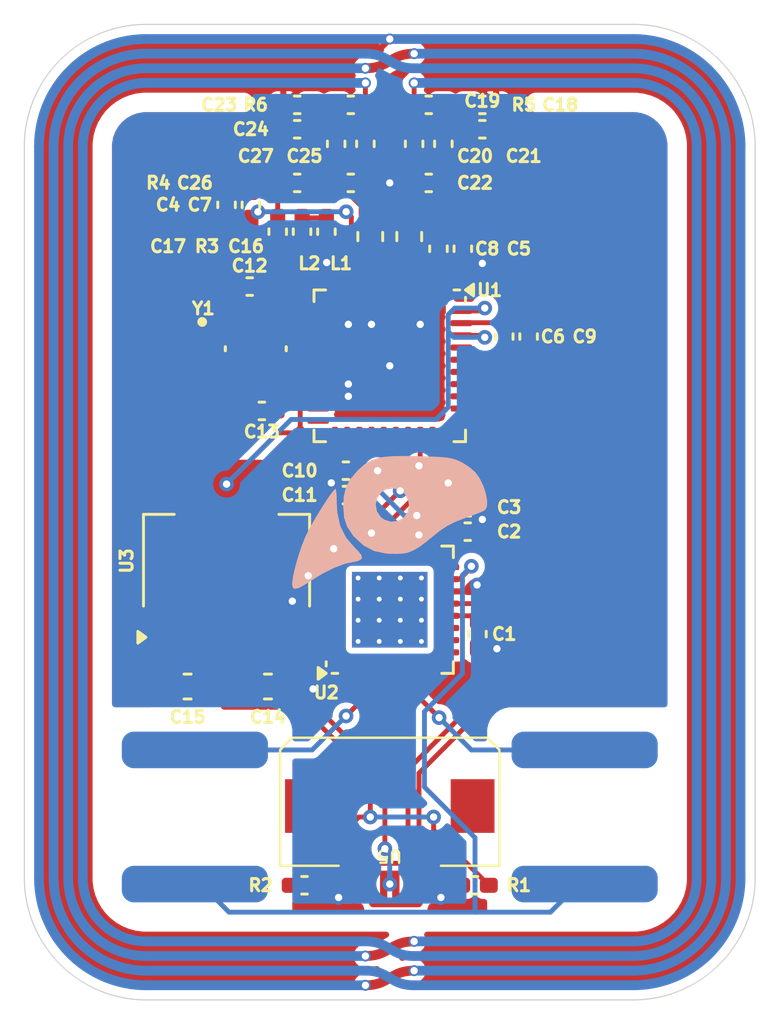
<source format=kicad_pcb>
(kicad_pcb (version 20241229) (generator "pcbnew") (generator_version "9.0")
  (layers (0 "F.Cu" signal) (2 "B.Cu" signal) (13 "F.Paste" user) (15 "B.Paste" user) (5 "F.SilkS" user "F.Silkscreen") (7 "B.SilkS" user "B.Silkscreen") (1 "F.Mask" user) (3 "B.Mask" user) (25 "Edge.Cuts" user))
  (net 0 "")
  (net 1 "Net-(U2-CShield)")
  (net 2 "GND")
  (net 3 "+3V3")
  (net 4 "Net-(U1-AVDD)")
  (net 5 "Net-(U1-OSCIN)")
  (net 6 "Net-(U1-OSCOUT)")
  (net 7 "+5V")
  (net 8 "Net-(U1-VMID)")
  (net 9 "Net-(U1-RX)")
  (net 10 "Net-(C17-Pad2)")
  (net 11 "Net-(C20-Pad2)")
  (net 12 "Net-(C25-Pad2)")
  (net 13 "I2C SDA")
  (net 14 "I2C SCL")
  (net 18 "Net-(U1-TX2)")
  (net 20 "Net-(U1-TX1)")
  (net 36 "unconnected-(U2-CIN4-Pad2)")
  (net 41 "unconnected-(U2-SRC-Pad15)")
  (net 42 "unconnected-(U2-CIN9-Pad7)")
  (net 54 "Net-(C18-Pad1)")
  (net 55 "Net-(C23-Pad1)")
  (net 56 "Net-(R5-Pad2)")
  (net 57 "Net-(R6-Pad2)")
  (footprint "Capacitor_SMD:C_0402_1005Metric_Pad0.74x0.62mm_HandSolder" (layer "F.Cu") (at 111.4 58.5 90)
    (property "Reference" "R3")
    (property "Value" "1K" (hide yes))
  )
  (footprint "Capacitor_SMD:C_0402_1005Metric_Pad0.74x0.62mm_HandSolder" (layer "F.Cu") (at 116.6 56.5 180)
    (property "Reference" "C22")
    (property "Value" "220pF" (hide yes))
  )
  (footprint "Capacitor_SMD:C_0402_1005Metric_Pad0.74x0.62mm_HandSolder" (layer "F.Cu") (at 116 54.9 -90)
    (property "Reference" "C20")
    (property "Value" "22pF" (hide yes))
  )
  (footprint "Inductor_SMD:L_0603_1608Metric_Pad1.05x0.95mm_HandSolder" (layer "F.Cu") (at 115.8 58.7 90)
    (property "Reference" "L1")
    (property "Value" "560nH" (hide yes))
  )
  (footprint "Capacitor_SMD:C_0603_1608Metric_Pad1.08x0.95mm_HandSolder" (layer "F.Cu") (at 110 77.15)
    (property "Reference" "C14")
    (property "Value" "0.1uF" (hide yes))
  )
  (footprint "Capacitor_SMD:C_0402_1005Metric_Pad0.74x0.62mm_HandSolder" (layer "F.Cu") (at 118.5 85.3 180)
    (property "Reference" "R1")
    (property "Value" "2.2K" (hide yes))
  )
  (footprint "Capacitor_SMD:C_0402_1005Metric_Pad0.74x0.62mm_HandSolder" (layer "F.Cu") (at 118.2 70.8)
    (property "Reference" "C2")
    (property "Value" "10uF" (hide yes))
  )
  (footprint "Capacitor_SMD:C_0402_1005Metric_Pad0.74x0.62mm_HandSolder" (layer "F.Cu") (at 111.5 85.3 180)
    (property "Reference" "R2")
    (property "Value" "2.2K" (hide yes))
  )
  (footprint "Capacitor_SMD:C_0402_1005Metric_Pad0.74x0.62mm_HandSolder" (layer "F.Cu") (at 113.2 69.3 180)
    (property "Reference" "C11")
    (property "Value" "0.1uF" (hide yes))
  )
  (footprint "FFC:FFC 0.8mm 8P" (layer "F.Cu") (at 115 84.6 180)
    (property "Reference" "U5")
    (property "Value" "R FFC" (hide yes))
  )
  (footprint "Package_CSP:LFCSP-32-1EP_5x5mm_P0.5mm_EP3.1x3.1mm_ThermalVias" (layer "F.Cu") (at 115 74 90)
    (property "Reference" "U2")
    (property "Value" "AD7142ACPZ-500RL7" (hide yes))
  )
  (footprint "Capacitor_SMD:C_0402_1005Metric_Pad0.74x0.62mm_HandSolder" (layer "F.Cu") (at 118.8 54.3)
    (property "Reference" "C19")
    (property "Value" "NC" (hide yes))
  )
  (footprint "Capacitor_SMD:C_0402_1005Metric_Pad0.74x0.62mm_HandSolder" (layer "F.Cu") (at 111.2 56.5)
    (property "Reference" "R4")
    (property "Value" "1.7K" (hide yes))
  )
  (footprint "Capacitor_SMD:C_0402_1005Metric_Pad0.74x0.62mm_HandSolder" (layer "F.Cu") (at 113.4 56.5 180)
    (property "Reference" "C26")
    (property "Value" "220pF" (hide yes))
  )
  (footprint "Capacitor_SMD:C_0402_1005Metric_Pad0.74x0.62mm_HandSolder" (layer "F.Cu") (at 118.6 75 90)
    (property "Reference" "C1")
    (property "Value" "10nF" (hide yes))
  )
  (footprint "Capacitor_SMD:C_0402_1005Metric_Pad0.74x0.62mm_HandSolder" (layer "F.Cu") (at 118 59.2 -90)
    (property "Reference" "C5")
    (property "Value" "0.1uF" (hide yes))
  )
  (footprint "Capacitor_SMD:C_0402_1005Metric_Pad0.74x0.62mm_HandSolder" (layer "F.Cu") (at 117.2 54.9 -90)
    (property "Reference" "C21")
    (property "Value" "NC" (hide yes))
  )
  (footprint "Inductor_SMD:L_0603_1608Metric_Pad1.05x0.95mm_HandSolder" (layer "F.Cu") (at 114.2 58.7 90)
    (property "Reference" "L2")
    (property "Value" "560nH" (hide yes))
  )
  (footprint "Capacitor_SMD:C_0402_1005Metric_Pad0.74x0.62mm_HandSolder" (layer "F.Cu") (at 114 54.9 -90)
    (property "Reference" "C25")
    (property "Value" "22pF" (hide yes))
  )
  (footprint "Capacitor_SMD:C_0402_1005Metric_Pad0.74x0.62mm_HandSolder" (layer "F.Cu") (at 112.4 58.5 -90)
    (property "Reference" "C16")
    (property "Value" "0.1uF" (hide yes))
  )
  (footprint "Capacitor_SMD:C_0603_1608Metric_Pad1.08x0.95mm_HandSolder" (layer "F.Cu") (at 106.7 77.15 180)
    (property "Reference" "C15")
    (property "Value" "10uF" (hide yes))
  )
  (footprint "Capacitor_SMD:C_0402_1005Metric_Pad0.74x0.62mm_HandSolder" (layer "F.Cu") (at 113.4 53.3)
    (property "Reference" "R6")
    (property "Value" "1.5" (hide yes))
  )
  (footprint "Capacitor_SMD:C_0402_1005Metric_Pad0.74x0.62mm_HandSolder" (layer "F.Cu") (at 111.2 54.3 180)
    (property "Reference" "C24")
    (property "Value" "NC" (hide yes))
  )
  (footprint "Package_DFN_QFN:HVQFN-40-1EP_6x6mm_P0.5mm_EP4.1x4.1mm" (layer "F.Cu") (at 115 64 -90)
    (property "Reference" "U1")
    (property "Value" "PN5321A3HN_C1xx" (hide yes))
  )
  (footprint "Capacitor_SMD:C_0402_1005Metric_Pad0.74x0.62mm_HandSolder" (layer "F.Cu") (at 109.25 60.75)
    (property "Reference" "C12")
    (property "Value" "33pF" (hide yes))
  )
  (footprint "Capacitor_SMD:C_0402_1005Metric_Pad0.74x0.62mm_HandSolder" (layer "F.Cu") (at 111.2 53.3 180)
    (property "Reference" "C23")
    (property "Value" "150pF" (hide yes))
  )
  (footprint "Capacitor_SMD:C_0402_1005Metric_Pad0.74x0.62mm_HandSolder" (layer "F.Cu") (at 110.4 58.5 90)
    (property "Reference" "C17")
    (property "Value" "1nF" (hide yes))
  )
  (footprint "Capacitor_SMD:C_0402_1005Metric_Pad0.74x0.62mm_HandSolder" (layer "F.Cu") (at 113.2 68.3 180)
    (property "Reference" "C10")
    (property "Value" "0.1uF" (hide yes))
  )
  (footprint "Capacitor_SMD:C_0402_1005Metric_Pad0.74x0.62mm_HandSolder" (layer "F.Cu") (at 118.2 69.8)
    (property "Reference" "C3")
    (property "Value" "0.1uF" (hide yes))
  )
  (footprint "Capacitor_SMD:C_0402_1005Metric_Pad0.74x0.62mm_HandSolder" (layer "F.Cu") (at 112.8 54.9 -90)
    (property "Reference" "C27")
    (property "Value" "NC" (hide yes))
  )
  (footprint "Package_TO_SOT_SMD:SOT-223-3_TabPin2" (layer "F.Cu") (at 108.3 72 90)
    (property "Reference" "U3")
    (property "Value" "LD1117S33TR_SOT223" (hide yes))
  )
  (footprint "Capacitor_SMD:C_0402_1005Metric_Pad0.74x0.62mm_HandSolder" (layer "F.Cu") (at 117 59.2 -90)
    (property "Reference" "C8")
    (property "Value" "10uF" (hide yes))
  )
  (footprint "7M-27.120MAAJ-T:XTAL_7M-27.120MAAJ-T" (layer "F.Cu") (at 109.5 63.3)
    (property "Reference" "Y1")
    (property "Value" "7M-27.120MAAJ-T" (hide yes))
  )
  (footprint "Capacitor_SMD:C_0402_1005Metric_Pad0.74x0.62mm_HandSolder" (layer "F.Cu") (at 116.6 53.3 180)
    (property "Reference" "R5")
    (property "Value" "1.5" (hide yes))
  )
  (footprint "Capacitor_SMD:C_0402_1005Metric_Pad0.74x0.62mm_HandSolder" (layer "F.Cu") (at 120.7 62.8 -90)
    (property "Reference" "C9")
    (property "Value" "10uF" (hide yes))
  )
  (footprint "Capacitor_SMD:C_0402_1005Metric_Pad0.74x0.62mm_HandSolder" (layer "F.Cu") (at 109.3 57.4 90)
    (property "Reference" "C7")
    (property "Value" "10uF" (hide yes))
  )
  (footprint "Capacitor_SMD:C_0402_1005Metric_Pad0.74x0.62mm_HandSolder" (layer "F.Cu") (at 119.7 62.8 -90)
    (property "Reference" "C6")
    (property "Value" "0.1uF" (hide yes))
  )
  (footprint "Capacitor_SMD:C_0402_1005Metric_Pad0.74x0.62mm_HandSolder" (layer "F.Cu") (at 118.8 53.3)
    (property "Reference" "C18")
    (property "Value" "150pF" (hide yes))
  )
  (footprint "Capacitor_SMD:C_0402_1005Metric_Pad0.74x0.62mm_HandSolder" (layer "F.Cu") (at 108.3 57.4 90)
    (property "Reference" "C4")
    (property "Value" "0.1uF" (hide yes))
  )
  (footprint "Capacitor_SMD:C_0402_1005Metric_Pad0.74x0.62mm_HandSolder" (layer "F.Cu") (at 109.75 65.85 180)
    (property "Reference" "C13")
    (property "Value" "33pF" (hide yes))
  )
  (footprint "LOGO" (layer "B.Cu") (at 115 70.5 180)
    (property "Reference" "G***" (hide yes))
    (property "Value" "LOGO" (hide yes))
  )
  (footprint "PCB_Antenna:30 x 40 - 2 Pair 2 Layer 2 Turn Loop Antenna" (layer "B.Cu") (at 115 70 180)
    (property "Reference" "U4" (hide yes))
    (property "Value" "0.35uH (Per Coil)" (hide yes))
  )
  (gr_rect (start 112.9 54.2) (end 114 54.4) (stroke (width 0.2)) (fill yes) (layer "F.Cu") (net 55))
  (gr_rect (start 111.6 53.2) (end 112.9 54.4) (stroke (width 0.2)) (fill yes) (layer "F.Cu") (net 55))
  (gr_rect (start 116 54.2) (end 117.1 54.4) (stroke (width 0.2)) (fill yes) (layer "F.Cu") (net 54))
  (gr_rect (start 117.1 53.2) (end 118.4 54.4) (stroke (width 0.2)) (fill yes) (layer "F.Cu") (net 54))
  (gr_arc (start 100 55) (mid 101.464466 51.464466) (end 105 50) (stroke (width 0.05)) (layer "Edge.Cuts"))
  (gr_arc (start 105 90) (mid 101.464466 88.535534) (end 100 85) (stroke (width 0.05)) (layer "Edge.Cuts"))
  (gr_arc (start 125 50) (mid 128.535534 51.464466) (end 130 55) (stroke (width 0.05)) (layer "Edge.Cuts"))
  (gr_line (start 105 50) (end 125 50) (stroke (width 0.05)) (layer "Edge.Cuts"))
  (gr_line (start 100 85) (end 100 55) (stroke (width 0.05)) (layer "Edge.Cuts"))
  (gr_arc (start 130 85) (mid 128.535534 88.535534) (end 125 90) (stroke (width 0.05)) (layer "Edge.Cuts"))
  (gr_line (start 130 55) (end 130 85) (stroke (width 0.05)) (layer "Edge.Cuts"))
  (gr_line (start 125 90) (end 105 90) (stroke (width 0.05)) (layer "Edge.Cuts"))
  (segment (start 117.4375 74.25) (end 118.4175 74.25) (width 0.2) (layer "F.Cu") (net 1))
  (segment (start 118.4175 74.25) (end 118.6 74.4325) (width 0.2) (layer "F.Cu") (net 1))
  (segment (start 112.6325 68.3) (end 112.6325 68.7675) (width 0.2) (layer "F.Cu") (net 2))
  (segment (start 115 64) (end 116.25 62.75) (width 0.2) (layer "F.Cu") (net 2))
  (segment (start 113.3 65.25) (end 112.0625 65.25) (width 0.2) (layer "F.Cu") (net 2))
  (segment (start 112.0625 61.75) (end 110.95 61.75) (width 0.2) (layer "F.Cu") (net 2))
  (segment (start 110.9125 77.1) (end 110.8625 77.15) (width 0.2) (layer "F.Cu") (net 2))
  (segment (start 111.850735 77.249265) (end 111.70147 77.1) (width 0.2) (layer "F.Cu") (net 2))
  (segment (start 113.250001 85.449999) (end 112.9 85.8) (width 0.2) (layer "F.Cu") (net 2))
  (segment (start 116.75 85.25) (end 116.75 85.45) (width 0.2) (layer "F.Cu") (net 2))
  (segment (start 112.4 59.0675) (end 112.4 59.753807) (width 0.2) (layer "F.Cu") (net 2))
  (segment (start 118.7675 70.3325) (end 118.8 70.3) (width 0.2) (layer "F.Cu") (net 2))
  (segment (start 112.801 61.801) (end 112.1135 61.801) (width 0.2) (layer "F.Cu") (net 2))
  (segment (start 113.25 71.5625) (end 112.7625 71.5625) (width 0.2) (layer "F.Cu") (net 2))
  (segment (start 118.134289 73.25) (end 117.4375 73.25) (width 0.2) (layer "F.Cu") (net 2))
  (segment (start 115 52.656123) (end 115.856123 51.8) (width 0.2) (layer "F.Cu") (net 2))
  (segment (start 110.8 61.75) (end 110.35 62.2) (width 0.2) (layer "F.Cu") (net 2))
  (segment (start 111.655546 72.771344) (end 111.655546 72.607076) (width 0.2) (layer "F.Cu") (net 2))
  (segment (start 118 59.7675) (end 118.7675 59.7675) (width 0.2) (layer "F.Cu") (net 2))
  (segment (start 111.656008 74.25) (end 111.056008 73.65) (width 0.2) (layer "F.Cu") (net 2))
  (segment (start 115.856123 51.8) (end 116.3 51.8) (width 0.2) (layer "F.Cu") (net 2))
  (segment (start 117.199 61.801) (end 117.199 61.1135) (width 0.2) (layer "F.Cu") (net 2))
  (segment (start 112.7625 71.5625) (end 112.7 71.5) (width 0.2) (layer "F.Cu") (net 2))
  (segment (start 118.234289 73.15) (end 118.134289 73.25) (width 0.2) (layer "F.Cu") (net 2))
  (segment (start 115 64) (end 117.199 61.801) (width 0.2) (layer "F.Cu") (net 2))
  (segment (start 118.7675 59.7675) (end 118.8 59.8) (width 0.2) (layer "F.Cu") (net 2))
  (segment (start 115 50.6) (end 116.6675 50.6) (width 0.2) (layer "F.Cu") (net 2))
  (segment (start 113.250001 85.25) (end 113.250001 85.449999) (width 0.2) (layer "F.Cu") (net 2))
  (segment (start 113.3 62.3) (end 112.801 61.801) (width 0.2) (layer "F.Cu") (net 2))
  (segment (start 119.3675 75.5675) (end 119.4 75.6) (width 0.2) (layer "F.Cu") (net 2))
  (segment (start 110.35 61.2825) (end 109.8175 60.75) (width 0.2) (layer "F.Cu") (net 2))
  (segment (start 116.25 62.75) (end 116.25 62.3) (width 0.2) (layer "F.Cu") (net 2))
  (segment (start 117.199 61.1135) (end 117.25 61.0625) (width 0.2) (layer "F.Cu") (net 2))
  (segment (start 110.6325 53.3) (end 113.3325 50.6) (width 0.2) (layer "F.Cu") (net 2))
  (segment (start 112.1135 61.801) (end 112.0625 61.75) (width 0.2) (layer "F.Cu") (net 2))
  (segment (start 115 56.5) (end 115 52.656123) (width 0.2) (layer "F.Cu") (net 2))
  (segment (start 114.25 71.5625) (end 114.25 70.857616) (width 0.2) (layer "F.Cu") (net 2))
  (segment (start 116.25 62.3) (end 116.25 61.0625) (width 0.2) (layer "F.Cu") (net 2))
  (segment (start 115 64) (end 113.3 62.3) (width 0.2) (layer "F.Cu") (net 2))
  (segment (start 118.584293 72.984293) (end 118.418586 73.15) (width 0.2) (layer "F.Cu") (net 2))
  (segment (start 113.3 64.75) (end 112.0625 64.75) (width 0.2) (layer "F.Cu") (net 2))
  (segment (start 118.6 75.5675) (end 119.3675 75.5675) (width 0.2) (layer "F.Cu") (net 2))
  (segment (start 115 64) (end 114.25 64.75) (width 0.2) (layer "F.Cu") (net 2))
  (segment (start 112.6325 68.7675) (end 112.6 68.8) (width 0.2) (layer "F.Cu") (net 2))
  (segment (start 116.3 51.8) (end 117.08375 51.01625) (width 0.2) (layer "F.Cu") (net 2))
  (segment (start 117.08375 51.01625) (end 119.3675 53.3) (width 0.2) (layer "F.Cu") (net 2))
  (segment (start 117.25 60.0175) (end 117.25 61.0625) (width 0.2) (layer "F.Cu") (net 2))
  (segment (start 115.75 71.5625) (end 116 71.5625) (width 0.2) (layer "F.Cu") (net 2))
  (segment (start 114.25 63.25) (end 115 64) (width 0.2) (layer "F.Cu") (net 2))
  (segment (start 117 59.7675) (end 117.25 60.0175) (width 0.2) (layer "F.Cu") (net 2))
  (segment (start 114.25 61.0625) (end 114.25 62.3) (width 0.2) (layer "F.Cu") (net 2))
  (segment (start 114.25 64.75) (end 113.3 64.75) (width 0.2) (layer "F.Cu") (net 2))
  (segment (start 113.75 65.25) (end 113.3 65.25) (width 0.2) (layer "F.Cu") (net 2))
  (segment (start 116.25 71.5625) (end 116.25 70.987737) (width 0.2) (layer "F.Cu") (net 2))
  (segment (start 115 64) (end 113.75 65.25) (width 0.2) (layer "F.Cu") (net 2))
  (segment (start 116.75 85.45) (end 117.1 85.8) (width 0.2) (layer "F.Cu") (net 2))
  (segment (start 117 59.7675) (end 118 59.7675) (width 0.2) (layer "F.Cu") (net 2))
  (segment (start 116 71.5625) (end 116.25 71.5625) (width 0.2) (layer "F.Cu") (net 2))
  (segment (start 111.70147 77.1) (end 110.9125 77.1) (width 0.2) (layer "F.Cu") (net 2))
  (segment (start 113.3325 50.6) (end 115 50.6) (width 0.2) (layer "F.Cu") (net 2))
  (segment (start 112.5625 73.25) (end 112.134202 73.25) (width 0.2) (layer "F.Cu") (net 2))
  (segment (start 113.9675 56.5) (end 115 56.5) (width 0.2) (layer "F.Cu") (net 2))
  (segment (start 116.25 70.987737) (end 116.197366 70.935103) (width 0.2) (layer "F.Cu") (net 2))
  (segment (start 118.418586 73.15) (end 118.234289 73.15) (width 0.2) (layer "F.Cu") (net 2))
  (segment (start 112.4 59.353807) (end 112.411 59.364807) (width 0.2) (layer "F.Cu") (net 2))
  (segment (start 118.7675 70.8) (end 118.7675 70.3325) (width 0.2) (layer "F.Cu") (net 2))
  (segment (start 111.056008 73.65) (end 111 73.65) (width 0.2) (layer "F.Cu") (net 2))
  (segment (start 116.6675 50.6) (end 117.08375 51.01625) (width 0.2) (layer "F.Cu") (net 2))
  (segment (start 112.134202 73.25) (end 111.655546 72.771344) (width 0.2) (layer "F.Cu") (net 2))
  (segment (start 110.35 62.2) (end 110.35 61.2825) (width 0.2) (layer "F.Cu") (net 2))
  (segment (start 114.25 62.3) (end 114.25 63.25) (width 0.2) (layer "F.Cu") (net 2))
  (segment (start 115 56.5) (end 116.0325 56.5) (width 0.2) (layer "F.Cu") (net 2))
  (segment (start 112.5625 74.25) (end 111.656008 74.25) (width 0.2) (layer "F.Cu") (net 2))
  (via (at 111.850735 77.249265) (size 0.6) (drill 0.3) (layers "F.Cu" "B.Cu") (net 2))
  (via (at 111.655546 72.607076) (size 0.6) (drill 0.3) (layers "F.Cu" "B.Cu") (net 2))
  (via (at 118.8 59.8) (size 0.6) (drill 0.3) (layers "F.Cu" "B.Cu") (net 2))
  (via (at 119.4 75.6) (size 0.6) (drill 0.3) (layers "F.Cu" "B.Cu") (net 2))
  (via (at 111 73.65) (size 0.6) (drill 0.3) (layers "F.Cu" "B.Cu") (net 2))
  (via (at 118.8 70.3) (size 0.6) (drill 0.3) (layers "F.Cu" "B.Cu") (net 2))
  (via (at 117.1 85.8) (size 0.6) (drill 0.3) (layers "F.Cu" "B.Cu") (net 2))
  (via (at 115 64) (size 0.6) (drill 0.3) (layers "F.Cu" "B.Cu") (net 2))
  (via (at 114.25 70.857616) (size 0.6) (drill 0.3) (layers "F.Cu" "B.Cu") (net 2))
  (via (at 113.3 64.75) (size 0.6) (drill 0.3) (layers "F.Cu" "B.Cu") (net 2))
  (via (at 113.3 65.25) (size 0.6) (drill 0.3) (layers "F.Cu" "B.Cu") (net 2))
  (via (at 112.9 85.8) (size 0.6) (drill 0.3) (layers "F.Cu" "B.Cu") (net 2))
  (via (at 114.25 62.3) (size 0.6) (drill 0.3) (layers "F.Cu" "B.Cu") (net 2))
  (via (at 112.6 68.8) (size 0.6) (drill 0.3) (layers "F.Cu" "B.Cu") (net 2))
  (via (at 113.3 62.3) (size 0.6) (drill 0.3) (layers "F.Cu" "B.Cu") (net 2))
  (via (at 118.584293 72.984293) (size 0.6) (drill 0.3) (layers "F.Cu" "B.Cu") (net 2))
  (via (at 112.411 59.764807) (size 0.6) (drill 0.3) (layers "F.Cu" "B.Cu") (net 2))
  (via (at 116.197366 70.935103) (size 0.6) (drill 0.3) (layers "F.Cu" "B.Cu") (net 2))
  (via (at 112.7 71.5) (size 0.6) (drill 0.3) (layers "F.Cu" "B.Cu") (net 2))
  (via (at 116.25 62.3) (size 0.6) (drill 0.3) (layers "F.Cu" "B.Cu") (net 2))
  (via (at 115 56.5) (size 0.6) (drill 0.3) (layers "F.Cu" "B.Cu") (net 2))
  (segment (start 111.324 66.524) (end 111.324 64.425) (width 0.2) (layer "F.Cu") (net 3))
  (segment (start 113.75 67.390798) (end 113.451798 67.689) (width 0.2) (layer "F.Cu") (net 3))
  (segment (start 114.2 80.8) (end 111.4 78) (width 0.2) (layer "F.Cu") (net 3))
  (segment (start 115.25 71.5625) (end 115.301 71.5115) (width 0.2) (layer "F.Cu") (net 3))
  (segment (start 113.75 66.9375) (end 113.75 67.390798) (width 0.2) (layer "F.Cu") (net 3))
  (segment (start 111.4 78) (end 108.2 78) (width 0.2) (layer "F.Cu") (net 3))
  (segment (start 119.2 72.1) (end 118.6 71.5) (width 0.2) (layer "F.Cu") (net 3))
  (segment (start 115.301 70.981526) (end 115.948423 70.334103) (width 0.2) (layer "F.Cu") (net 3))
  (segment (start 113.7675 66.955) (end 113.75 66.9375) (width 0.2) (layer "F.Cu") (net 3))
  (segment (start 118.3325 71.5) (end 117.6325 70.8) (width 0.2) (layer "F.Cu") (net 3))
  (segment (start 115.948423 70.300106) (end 116.108472 70.140057) (width 0.2) (layer "F.Cu") (net 3))
  (segment (start 117.9375 61.75) (end 118.7825 61.75) (width 0.2) (layer "F.Cu") (net 3))
  (segment (start 108.3 68.85) (end 110.401 66.749) (width 0.2) (layer "F.Cu") (net 3))
  (segment (start 112.5625 73.75) (end 111.949943 73.75) (width 0.2) (layer "F.Cu") (net 3))
  (segment (start 114.2 82.5) (end 114.2 80.8) (width 0.2) (layer "F.Cu") (net 3))
  (segment (start 116.8 70.687794) (end 116.8 71.5125) (width 0.2) (layer "F.Cu") (net 3))
  (segment (start 117.4375 73.75) (end 118.667116 73.75) (width 0.2) (layer "F.Cu") (net 3))
  (segment (start 116.8 83.0325) (end 119.0675 85.3) (width 0.2) (layer "F.Cu") (net 3))
  (segment (start 111.099 66.749) (end 111.324 66.524) (width 0.2) (layer "F.Cu") (net 3))
  (segment (start 116.8 82.5) (end 116.8 83.0325) (width 0.2) (layer "F.Cu") (net 3))
  (segment (start 118.7825 61.75) (end 118.9 61.6325) (width 0.2) (layer "F.Cu") (net 3))
  (segment (start 111.949943 73.75) (end 110.874943 72.675) (width 0.2) (layer "F.Cu") (net 3))
  (segment (start 110.775 71.325) (end 108.3 68.85) (width 0.2) (layer "F.Cu") (net 3))
  (segment (start 118.8175 62.75) (end 118.9 62.8325) (width 0.2) (layer "F.Cu") (net 3))
  (segment (start 110.9325 85.3) (end 113.7325 82.5) (width 0.2) (layer "F.Cu") (net 3))
  (segment (start 112.489 67.689) (end 111.324 66.524) (width 0.2) (layer "F.Cu") (net 3))
  (segment (start 108.2 78) (end 107.5625 77.3625) (width 0.2) (layer "F.Cu") (net 3))
  (segment (start 113.451798 67.689) (end 112.489 67.689) (width 0.2) (layer "F.Cu") (net 3))
  (segment (start 117.6325 70.8) (end 116.912206 70.8) (width 0.2) (layer "F.Cu") (net 3))
  (segment (start 118.6 71.5) (end 118.3325 71.5) (width 0.2) (layer "F.Cu") (net 3))
  (segment (start 108.3 75.15) (end 110.775 72.675) (width 0.2) (layer "F.Cu") (net 3))
  (segment (start 107.5625 77.15) (end 107.5625 75.8875) (width 0.2) (layer "F.Cu") (net 3))
  (segment (start 111.499 64.25) (end 112.0625 64.25) (width 0.2) (layer "F.Cu") (net 3))
  (segment (start 118.667116 73.75) (end 119.2 73.217116) (width 0.2) (layer "F.Cu") (net 3))
  (segment (start 117.6325 69.8) (end 117.6325 70.8) (width 0.2) (layer "F.Cu") (net 3))
  (segment (start 113.7675 69.3) (end 113.7675 66.955) (width 0.2) (layer "F.Cu") (net 3))
  (segment (start 115.301 71.5115) (end 115.301 70.981526) (width 0.2) (layer "F.Cu") (net 3))
  (segment (start 110.401 66.749) (end 111.099 66.749) (width 0.2) (layer "F.Cu") (net 3))
  (segment (start 115.948423 70.334103) (end 116.446309 70.334103) (width 0.2) (layer "F.Cu") (net 3))
  (segment (start 116.446309 70.334103) (end 116.8 70.687794) (width 0.2) (layer "F.Cu") (net 3))
  (segment (start 107.5625 75.8875) (end 108.3 75.15) (width 0.2) (layer "F.Cu") (net 3))
  (segment (start 116.8 71.5125) (end 116.75 71.5625) (width 0.2) (layer "F.Cu") (net 3))
  (segment (start 113.7675 68.3) (end 114.5 68.3) (width 0.2) (layer "F.Cu") (net 3))
  (segment (start 117.9375 62.75) (end 118.8175 62.75) (width 0.2) (layer "F.Cu") (net 3))
  (segment (start 115.948423 70.334103) (end 115.948423 70.300106) (width 0.2) (layer "F.Cu") (net 3))
  (segment (start 110.775 72.675) (end 110.775 71.325) (width 0.2) (layer "F.Cu") (net 3))
  (segment (start 119.2 73.217116) (end 119.2 72.1) (width 0.2) (layer "F.Cu") (net 3))
  (segment (start 111.324 64.425) (end 111.499 64.25) (width 0.2) (layer "F.Cu") (net 3))
  (segment (start 113.7325 82.5) (end 114.2 82.5) (width 0.2) (layer "F.Cu") (net 3))
  (segment (start 116.912206 70.8) (end 116.8 70.687794) (width 0.2) (layer "F.Cu") (net 3))
  (segment (start 110.874943 72.675) (end 110.775 72.675) (width 0.2) (layer "F.Cu") (net 3))
  (segment (start 107.5625 77.3625) (end 107.5625 77.15) (width 0.2) (layer "F.Cu") (net 3))
  (via (at 108.3 68.85) (size 0.6) (drill 0.3) (layers "F.Cu" "B.Cu") (net 3))
  (via (at 118.9 62.8325) (size 0.6) (drill 0.3) (layers "F.Cu" "B.Cu") (net 3))
  (via (at 116.8 82.5) (size 0.6) (drill 0.3) (layers "F.Cu" "B.Cu") (net 3))
  (via (at 114.2 82.5) (size 0.6) (drill 0.3) (layers "F.Cu" "B.Cu") (net 3))
  (via (at 114.5 68.3) (size 0.6) (drill 0.3) (layers "F.Cu" "B.Cu") (net 3))
  (via (at 118.9 61.6325) (size 0.6) (drill 0.3) (layers "F.Cu" "B.Cu") (net 3))
  (via (at 116.108472 70.140057) (size 0.6) (drill 0.3) (layers "F.Cu" "B.Cu") (net 3))
  (segment (start 117.4 65.7) (end 117.4 62.6) (width 0.2) (layer "B.Cu") (net 3))
  (segment (start 115.590114 70.140057) (end 116.108472 70.140057) (width 0.2) (layer "B.Cu") (net 3))
  (segment (start 108.3 68.85) (end 110.95 66.2) (width 0.2) (layer "B.Cu") (net 3))
  (segment (start 118.9 61.6325) (end 117.6675 61.6325) (width 0.2) (layer "B.Cu") (net 3))
  (segment (start 117.4 62.6) (end 117.6325 62.8325) (width 0.2) (layer "B.Cu") (net 3))
  (segment (start 114.5 69.049943) (end 115.590114 70.140057) (width 0.2) (layer "B.Cu") (net 3))
  (segment (start 114.2 82.5) (end 116.8 82.5) (width 0.2) (layer "B.Cu") (net 3))
  (segment (start 117.4 61.9) (end 117.4 62.6) (width 0.2) (layer "B.Cu") (net 3))
  (segment (start 114.5 68.3) (end 114.5 69.049943) (width 0.2) (layer "B.Cu") (net 3))
  (segment (start 117.6325 62.8325) (end 118.9 62.8325) (width 0.2) (layer "B.Cu") (net 3))
  (segment (start 110.95 66.2) (end 116.9 66.2) (width 0.2) (layer "B.Cu") (net 3))
  (segment (start 116.9 66.2) (end 117.4 65.7) (width 0.2) (layer "B.Cu") (net 3))
  (segment (start 117.6675 61.6325) (end 117.4 61.9) (width 0.2) (layer "B.Cu") (net 3))
  (segment (start 120.7 60.250057) (end 120.7 62.2325) (width 0.2) (layer "F.Cu") (net 4))
  (segment (start 108.3 57.9675) (end 109.3 57.9675) (width 0.2) (layer "F.Cu") (net 4))
  (segment (start 119.082443 58.6325) (end 120.7 60.250057) (width 0.2) (layer "F.Cu") (net 4))
  (segment (start 115.381866 58.7) (end 116.9325 58.7) (width 0.2) (layer "F.Cu") (net 4))
  (segment (start 109.3 57.9675) (end 109.308763 57.9675) (width 0.2) (layer "F.Cu") (net 4))
  (segment (start 113.424 57.897527) (end 113.209531 57.683058) (width 0.2) (layer "F.Cu") (net 4))
  (segment (start 113.781866 58.7) (end 115.381866 58.7) (width 0.2) (layer "F.Cu") (net 4))
  (segment (start 113.75 60.418134) (end 113.424 60.092134) (width 0.2) (layer "F.Cu") (net 4))
  (segment (start 115.024 60.092134) (end 115.024 59.057866) (width 0.2) (layer "F.Cu") (net 4))
  (segment (start 116.9325 58.7) (end 117 58.6325) (width 0.2) (layer "F.Cu") (net 4))
  (segment (start 115.25 61.0625) (end 115.25 60.318134) (width 0.2) (layer "F.Cu") (net 4))
  (segment (start 120.7 62.2325) (end 117.955 62.2325) (width 0.2) (layer "F.Cu") (net 4))
  (segment (start 113.75 61.0625) (end 113.75 60.418134) (width 0.2) (layer "F.Cu") (net 4))
  (segment (start 117 58.6325) (end 118 58.6325) (width 0.2) (layer "F.Cu") (net 4))
  (segment (start 113.424 59.057866) (end 113.781866 58.7) (width 0.2) (layer "F.Cu") (net 4))
  (segment (start 109.308763 57.9675) (end 109.590354 57.685909) (width 0.2) (layer "F.Cu") (net 4))
  (segment (start 115.024 59.057866) (end 115.381866 58.7) (width 0.2) (layer "F.Cu") (net 4))
  (segment (start 115.25 60.318134) (end 115.024 60.092134) (width 0.2) (layer "F.Cu") (net 4))
  (segment (start 113.424 60.092134) (end 113.424 59.057866) (width 0.2) (layer "F.Cu") (net 4))
  (segment (start 118 58.6325) (end 119.082443 58.6325) (width 0.2) (layer "F.Cu") (net 4))
  (segment (start 113.424 59.057866) (end 113.424 57.939824) (width 0.2) (layer "F.Cu") (net 4))
  (segment (start 113.424 57.939824) (end 113.424 57.897527) (width 0.2) (layer "F.Cu") (net 4))
  (segment (start 117.955 62.2325) (end 117.9375 62.25) (width 0.2) (layer "F.Cu") (net 4))
  (via (at 113.209531 57.683058) (size 0.6) (drill 0.3) (layers "F.Cu" "B.Cu") (net 4))
  (via (at 109.590354 57.685909) (size 0.6) (drill 0.3) (layers "F.Cu" "B.Cu") (net 4))
  (segment (start 109.590354 57.685909) (end 109.593205 57.683058) (width 0.2) (layer "B.Cu") (net 4))
  (segment (start 109.593205 57.683058) (end 113.209531 57.683058) (width 0.2) (layer "B.Cu") (net 4))
  (segment (start 108.8 63.25) (end 108.65 63.1) (width 0.2) (layer "F.Cu") (net 5))
  (segment (start 111.9125 63.25) (end 108.8 63.25) (width 0.2) (layer "F.Cu") (net 5))
  (segment (start 108.6825 60.75) (end 108.6825 62.1675) (width 0.2) (layer "F.Cu") (net 5))
  (segment (start 108.65 63.1) (end 108.65 62.2) (width 0.2) (layer "F.Cu") (net 5))
  (segment (start 108.6825 62.1675) (end 108.65 62.2) (width 0.2) (layer "F.Cu") (net 5))
  (segment (start 110.35 64.4) (end 111 63.75) (width 0.2) (layer "F.Cu") (net 6))
  (segment (start 110.3175 65.85) (end 110.3175 64.4325) (width 0.2) (layer "F.Cu") (net 6))
  (segment (start 110.3175 64.4325) (end 110.35 64.4) (width 0.2) (layer "F.Cu") (net 6))
  (segment (start 111 63.75) (end 112.0625 63.75) (width 0.2) (layer "F.Cu") (net 6))
  (segment (start 109.1375 76.6125) (end 110.6 75.15) (width 0.2) (layer "F.Cu") (net 7))
  (segment (start 114.75 85.25) (end 115 85.25) (width 0.2) (layer "F.Cu") (net 7))
  (segment (start 114.8 83.799) (end 114.8 80.8) (width 0.2) (layer "F.Cu") (net 7))
  (segment (start 110.75 75.15) (end 110.6 75.15) (width 0.2) (layer "F.Cu") (net 7))
  (segment (start 115.25 85.25) (end 115 85.25) (width 0.2) (layer "F.Cu") (net 7))
  (segment (start 112.451735 78.451735) (end 112.451735 76.851735) (width 0.2) (layer "F.Cu") (net 7))
  (segment (start 114.8 80.8) (end 112.451735 78.451735) (width 0.2) (layer "F.Cu") (net 7))
  (segment (start 109.1375 77.15) (end 109.1375 76.6125) (width 0.2) (layer "F.Cu") (net 7))
  (segment (start 112.451735 76.851735) (end 110.75 75.15) (width 0.2) (layer "F.Cu") (net 7))
  (via (at 114.8 83.799) (size 0.6) (drill 0.3) (layers "F.Cu" "B.Cu") (net 7))
  (via (at 115 85.25) (size 0.6) (drill 0.3) (layers "F.Cu" "B.Cu") (net 7))
  (segment (start 115 85.25) (end 115 83.999) (width 0.2) (layer "B.Cu") (net 7))
  (segment (start 115 83.999) (end 114.8 83.799) (width 0.2) (layer "B.Cu") (net 7))
  (segment (start 111.4 57.9325) (end 112.4 57.9325) (width 0.2) (layer "F.Cu") (net 8))
  (segment (start 113.25 61.0625) (end 113.25 60.485234) (width 0.2) (layer "F.Cu") (net 8))
  (segment (start 113.012 58.5445) (end 112.4 57.9325) (width 0.2) (layer "F.Cu") (net 8))
  (segment (start 113.012 60.245234) (end 113.012 58.5445) (width 0.2) (layer "F.Cu") (net 8))
  (segment (start 113.25 60.485234) (end 113.011 60.246234) (width 0.2) (layer "F.Cu") (net 8))
  (segment (start 113.011 60.246234) (end 113.012 60.245234) (width 0.2) (layer "F.Cu") (net 8))
  (segment (start 112.75 60.552334) (end 112.61 60.412334) (width 0.2) (layer "F.Cu") (net 9))
  (segment (start 111.81 60.012334) (end 111.4 59.602334) (width 0.2) (layer "F.Cu") (net 9))
  (segment (start 112.75 61.0625) (end 112.75 60.552334) (width 0.2) (layer "F.Cu") (net 9))
  (segment (start 112.162057 60.365807) (end 111.81 60.01375) (width 0.2) (layer "F.Cu") (net 9))
  (segment (start 110.4 59.0675) (end 111.4 59.0675) (width 0.2) (layer "F.Cu") (net 9))
  (segment (start 111.4 59.602334) (end 111.4 59.0675) (width 0.2) (layer "F.Cu") (net 9))
  (segment (start 111.81 60.01375) (end 111.81 60.012334) (width 0.2) (layer "F.Cu") (net 9))
  (segment (start 112.61 60.412334) (end 112.61 60.365807) (width 0.2) (layer "F.Cu") (net 9))
  (segment (start 112.61 60.365807) (end 112.162057 60.365807) (width 0.2) (layer "F.Cu") (net 9))
  (segment (start 110.4 57.9325) (end 110.4 56.7325) (width 0.2) (layer "F.Cu") (net 10))
  (segment (start 110.4 56.7325) (end 110.6325 56.5) (width 0.2) (layer "F.Cu") (net 10))
  (segment (start 117.2 56.4675) (end 117.1675 56.5) (width 0.2) (layer "F.Cu") (net 11))
  (segment (start 117.125 56.5) (end 115.8 57.825) (width 0.2) (layer "F.Cu") (net 11))
  (segment (start 117.2 55.4675) (end 117.2 56.4675) (width 0.2) (layer "F.Cu") (net 11))
  (segment (start 117.1675 56.5) (end 117.125 56.5) (width 0.2) (layer "F.Cu") (net 11))
  (segment (start 116 55.4675) (end 117.2 55.4675) (width 0.2) (layer "F.Cu") (net 11))
  (segment (start 111.7675 56.5) (end 112.8325 56.5) (width 0.2) (layer "F.Cu") (net 12))
  (segment (start 112.875 56.5) (end 114.2 57.825) (width 0.2) (layer "F.Cu") (net 12))
  (segment (start 112.8 55.4675) (end 112.8 56.4675) (width 0.2) (layer "F.Cu") (net 12))
  (segment (start 112.8325 56.5) (end 112.875 56.5) (width 0.2) (layer "F.Cu") (net 12))
  (segment (start 112.8 56.4675) (end 112.8325 56.5) (width 0.2) (layer "F.Cu") (net 12))
  (segment (start 114 55.4675) (end 112.8 55.4675) (width 0.2) (layer "F.Cu") (net 12))
  (segment (start 120.4 76.5) (end 116.2 80.7) (width 0.2) (layer "F.Cu") (net 13))
  (segment (start 116.2 80.7) (end 116.2 85.2) (width 0.2) (layer "F.Cu") (net 13))
  (segment (start 114.249999 86.051999) (end 114.249999 85.25) (width 0.2) (layer "F.Cu") (net 13))
  (segment (start 114.9 70.984202) (end 114.824 71.060202) (width 0.2) (layer "F.Cu") (net 13))
  (segment (start 116.25 85.25) (end 116.25 84.448) (width 0.2) (layer "F.Cu") (net 13))
  (segment (start 116.25 67.85) (end 116.25 66.9375) (width 0.2) (layer "F.Cu") (net 13))
  (segment (start 116.2 68.1) (end 116.2 69.2) (width 0.2) (layer "F.Cu") (net 13))
  (segment (start 114.9 70.5) (end 114.9 70.984202) (width 0.2) (layer "F.Cu") (net 13))
  (segment (start 116.25 85.25) (end 116.25 86.051999) (width 0.2) (layer "F.Cu") (net 13))
  (segment (start 119.2 67.9) (end 120.4 69.1) (width 0.2) (layer "F.Cu") (net 13))
  (segment (start 116.2 67.9) (end 116.25 67.85) (width 0.2) (layer "F.Cu") (net 13))
  (segment (start 116.2 69.2) (end 114.9 70.5) (width 0.2) (layer "F.Cu") (net 13))
  (segment (start 120.4 69.1) (end 120.4 76.5) (width 0.2) (layer "F.Cu") (net 13))
  (segment (start 116.201 86.100999) (end 114.299 86.101) (width 0.2) (layer "F.Cu") (net 13))
  (segment (start 116.25 84.448) (end 116.299 84.399) (width 0.2) (layer "F.Cu") (net 13))
  (segment (start 114.824 71.4885) (end 114.75 71.5625) (width 0.2) (layer "F.Cu") (net 13))
  (segment (start 116.2 68.1) (end 116.2 67.9) (width 0.2) (layer "F.Cu") (net 13))
  (segment (start 116.2 68.1) (end 116.4 67.9) (width 0.2) (layer "F.Cu") (net 13))
  (segment (start 114.824 71.060202) (end 114.824 71.4885) (width 0.2) (layer "F.Cu") (net 13))
  (segment (start 116.299 84.399) (end 117.0315 84.399) (width 0.2) (layer "F.Cu") (net 13))
  (segment (start 116.4 67.9) (end 119.2 67.9) (width 0.2) (layer "F.Cu") (net 13))
  (segment (start 116.2 85.2) (end 116.25 85.25) (width 0.2) (layer "F.Cu") (net 13))
  (segment (start 117.0315 84.399) (end 117.9325 85.3) (width 0.2) (layer "F.Cu") (net 13))
  (via (at 116.2 68.1) (size 0.6) (drill 0.3) (layers "F.Cu" "B.Cu") (net 13))
  (segment (start 113.676 71.060202) (end 113.676 71.4885) (width 0.2) (layer "F.Cu") (net 14))
  (segment (start 115.425735 69.125735) (end 114.294854 70.256616) (width 0.2) (layer "F.Cu") (net 14))
  (segment (start 113.798999 84.399) (end 113.75 84.447999) (width 0.2) (layer "F.Cu") (net 14))
  (segment (start 120 69.3) (end 120 76.3) (width 0.2) (layer "F.Cu") (net 14))
  (segment (start 115.701 84.399) (end 113.798999 84.399) (width 0.2) (layer "F.Cu") (net 14))
  (segment (start 113.649 70.608673) (end 113.649 71.033202) (width 0.2) (layer "F.Cu") (net 14))
  (segment (start 115.425735 69.125735) (end 115.6 68.95147) (width 0.2) (layer "F.Cu") (net 14))
  (segment (start 114.001057 70.256616) (end 113.649 70.608673) (width 0.2) (layer "F.Cu") (net 14))
  (segment (start 112.0675 85.3) (end 112.9685 84.399) (width 0.2) (layer "F.Cu") (net 14))
  (segment (start 115.75 67.390798) (end 115.75 66.9375) (width 0.2) (layer "F.Cu") (net 14))
  (segment (start 114.294854 70.256616) (end 114.001057 70.256616) (width 0.2) (layer "F.Cu") (net 14))
  (segment (start 115.75 85.249999) (end 115.75 84.448) (width 0.2) (layer "F.Cu") (net 14))
  (segment (start 115.6 68.95147) (end 115.6 67.540798) (width 0.2) (layer "F.Cu") (net 14))
  (segment (start 115.6 67.540798) (end 115.75 67.390798) (width 0.2) (layer "F.Cu") (net 14))
  (segment (start 113.676 71.4885) (end 113.75 71.5625) (width 0.2) (layer "F.Cu") (net 14))
  (segment (start 113.75 84.447999) (end 113.75 85.25) (width 0.2) (layer "F.Cu") (net 14))
  (segment (start 120 76.3) (end 115.75 80.55) (width 0.2) (layer "F.Cu") (net 14))
  (segment (start 113.649 71.033202) (end 113.676 71.060202) (width 0.2) (layer "F.Cu") (net 14))
  (segment (start 113.701001 84.399) (end 113.75 84.447999) (width 0.2) (layer "F.Cu") (net 14))
  (segment (start 117.4 68.8) (end 117.7 68.5) (width 0.2) (layer "F.Cu") (net 14))
  (segment (start 115.75 84.448) (end 115.701 84.399) (width 0.2) (layer "F.Cu") (net 14))
  (segment (start 115.75 80.55) (end 115.75 85.249999) (width 0.2) (layer "F.Cu") (net 14))
  (segment (start 119.2 68.5) (end 120 69.3) (width 0.2) (layer "F.Cu") (net 14))
  (segment (start 112.9685 84.399) (end 113.701001 84.399) (width 0.2) (layer "F.Cu") (net 14))
  (segment (start 117.7 68.5) (end 119.2 68.5) (width 0.2) (layer "F.Cu") (net 14))
  (via (at 117.4 68.8) (size 0.6) (drill 0.3) (layers "F.Cu" "B.Cu") (net 14))
  (via (at 115.425735 69.125735) (size 0.6) (drill 0.3) (layers "F.Cu" "B.Cu") (net 14))
  (segment (start 115.75147 68.8) (end 115.425735 69.125735) (width 0.2) (layer "B.Cu") (net 14))
  (segment (start 117.4 68.8) (end 115.75147 68.8) (width 0.2) (layer "B.Cu") (net 14))
  (segment (start 114.2 60.059202) (end 114.75 60.609202) (width 0.2) (layer "F.Cu") (net 18))
  (segment (start 114.2 59.575) (end 114.2 60.059202) (width 0.2) (layer "F.Cu") (net 18))
  (segment (start 114.75 60.609202) (end 114.75 61.0625) (width 0.2) (layer "F.Cu") (net 18))
  (segment (start 115.75 61.0625) (end 115.75 59.625) (width 0.2) (layer "F.Cu") (net 20))
  (segment (start 115.75 59.625) (end 115.8 59.575) (width 0.2) (layer "F.Cu") (net 20))
  (segment (start 113.206392 78.357862) (end 113.75 77.814254) (width 0.2) (layer "F.Cu") (net 36))
  (segment (start 113.75 77.814254) (end 113.75 76.4375) (width 0.2) (layer "F.Cu") (net 36))
  (via (at 113.206392 78.357862) (size 0.6) (drill 0.3) (layers "F.Cu" "B.Cu") (net 36))
  (segment (start 111.814254 79.75) (end 113.206392 78.357862) (width 0.2) (layer "B.Cu") (net 36))
  (segment (start 111.814254 79.75) (end 109.55 79.75) (width 0.2) (layer "B.Cu") (net 36))
  (segment (start 117.865798 72.75) (end 118.35 72.265798) (width 0.2) (layer "F.Cu") (net 41))
  (segment (start 117.4375 72.75) (end 117.865798 72.75) (width 0.2) (layer "F.Cu") (net 41))
  (segment (start 118.35 72.265798) (end 118.35 72.219371) (width 0.2) (layer "F.Cu") (net 41))
  (via (at 118.35 72.219371) (size 0.6) (drill 0.3) (layers "F.Cu" "B.Cu") (net 41))
  (segment (start 118.35 72.219371) (end 117.983293 72.586078) (width 0.2) (layer "B.Cu") (net 41))
  (segment (start 116.424735 78.176792) (end 116.424735 81.274792) (width 0.2) (layer "B.Cu") (net 41))
  (segment (start 123 85) (end 121.599 86.401) (width 0.2) (layer "B.Cu") (net 41))
  (segment (start 117.983293 76.618234) (end 116.424735 78.176792) (width 0.2) (layer "B.Cu") (net 41))
  (segment (start 108.401 86.401) (end 107 85) (width 0.2) (layer "B.Cu") (net 41))
  (segment (start 116.424735 81.274792) (end 118.5 83.350057) (width 0.2) (layer "B.Cu") (net 41))
  (segment (start 118.5 86.401) (end 108.401 86.401) (width 0.2) (layer "B.Cu") (net 41))
  (segment (start 117.983293 72.586078) (end 117.983293 76.618234) (width 0.2) (layer "B.Cu") (net 41))
  (segment (start 118.5 83.350057) (end 118.5 86.401) (width 0.2) (layer "B.Cu") (net 41))
  (segment (start 121.599 86.401) (end 118.5 86.401) (width 0.2) (layer "B.Cu") (net 41))
  (segment (start 116.25 77.65) (end 116.25 76.4375) (width 0.2) (layer "F.Cu") (net 42))
  (segment (start 117.025735 78.425735) (end 116.25 77.65) (width 0.2) (layer "F.Cu") (net 42))
  (via (at 117.025735 78.425735) (size 0.6) (drill 0.3) (layers "F.Cu" "B.Cu") (net 42))
  (segment (start 118.35 79.75) (end 117.025735 78.425735) (width 0.2) (layer "B.Cu") (net 42))
  (segment (start 118.35 79.75) (end 120.55 79.75) (width 0.2) (layer "B.Cu") (net 42))
  (segment (start 116 53.2675) (end 116.0325 53.3) (width 0.2) (layer "F.Cu") (net 56))
  (segment (start 116 52.4) (end 116 53.2675) (width 0.2) (layer "F.Cu") (net 56))
  (segment (start 114 53.2675) (end 113.9675 53.3) (width 0.2) (layer "F.Cu") (net 57))
  (segment (start 114 52.4) (end 114 53.2675) (width 0.2) (layer "F.Cu") (net 57))
  (zone (net 2) (net_name "GND") (layers "F.Cu" "B.Cu") (connect_pads (clearance 0.25)) (min_thickness 0.25) (fill yes (thermal_gap 0.25) (thermal_bridge_width 0.25))
    (polygon (pts (xy 99 49) (xy 131 49) (xy 131 91) (xy 99 91)))
  )
  (zone (net 0) (net_name "") (layers "F.Cu" "B.Cu") (connect_pads (clearance 0)) (min_thickness 0.25)
    (keepout (tracks allowed) (vias allowed) (pads allowed) (copperpour not_allowed) (footprints allowed))
    (fill (thermal_gap 0.25) (thermal_bridge_width 0.25))
    (polygon (pts (xy 111 86.4) (xy 110.5 86.4) (arc (start 110.5 79) (mid 110.353553 78.646447) (end 110 78.5)) (xy 103.6 78.5) (xy 103.6 78) (arc (start 110 78) (mid 110.707107 78.292893) (end 111 79))))
  )
  (zone (net 0) (net_name "") (layers "F.Cu" "B.Cu") (connect_pads (clearance 0)) (min_thickness 0.25)
    (keepout (tracks allowed) (vias allowed) (pads allowed) (copperpour not_allowed) (footprints allowed))
    (fill (thermal_gap 0.25) (thermal_bridge_width 0.25))
    (polygon (pts (arc (start 103.6 85) (mid 104.010051 85.989949) (end 105 86.4)) (arc (start 125 86.4) (mid 125.989949 85.989949) (end 126.4 85)) (arc (start 126.4 55) (mid 125.989949 54.010051) (end 125 53.6)) (arc (start 121 53.6) (mid 120.6 53.2) (end 121 52.8)) (arc (start 125 52.8) (mid 126.555635 53.444365) (end 127.2 55)) (arc (start 127.2 85) (mid 126.555635 86.555635) (end 125 87.2)) (arc (start 105 87.2) (mid 103.444365 86.555635) (end 102.8 85)) (arc (start 102.8 55) (mid 103.444365 53.444365) (end 105 52.8)) (arc (start 109 52.8) (mid 109.4 53.2) (end 109 53.6)) (arc (start 105 53.6) (mid 104.010051 54.010051) (end 103.6 55))))
  )
  (zone (net 0) (net_name "") (layers "F.Cu" "B.Cu") (connect_pads (clearance 0)) (min_thickness 0.25)
    (keepout (tracks allowed) (vias allowed) (pads allowed) (copperpour not_allowed) (footprints allowed))
    (fill (thermal_gap 0.25) (thermal_bridge_width 0.25))
    (polygon (pts (xy 119 86.4) (xy 119.5 86.4) (arc (start 119.5 79) (mid 119.646447 78.646447) (end 120 78.5)) (xy 126.4 78.5) (xy 126.4 78) (arc (start 120 78) (mid 119.292893 78.292893) (end 119 79))))
  )
  (zone (net 36) (net_name "unconnected-(U2-CIN4-Pad2)") (layer "B.Cu") (priority 10) (connect_pads (clearance 0.25)) (min_thickness 0.25) (fill yes (thermal_gap 0.25) (thermal_bridge_width 0.25))
    (polygon (pts (arc (start 104 80) (mid 104.146447 80.353553) (end 104.5 80.5)) (arc (start 109.5 80.5) (mid 109.853553 80.353553) (end 110 80)) (arc (start 110 79.5) (mid 109.853553 79.146447) (end 109.5 79)) (arc (start 104.5 79) (mid 104.146447 79.146447) (end 104 79.5))))
  )
  (zone (net 42) (net_name "unconnected-(U2-CIN9-Pad7)") (layer "B.Cu") (priority 10) (connect_pads (clearance 0.25)) (min_thickness 0.25) (fill yes (thermal_gap 0.25) (thermal_bridge_width 0.25))
    (polygon (pts (arc (start 120 80) (mid 120.146447 80.353553) (end 120.5 80.5)) (arc (start 125.5 80.5) (mid 125.853553 80.353553) (end 126 80)) (arc (start 126 79.5) (mid 125.853553 79.146447) (end 125.5 79)) (arc (start 120.5 79) (mid 120.146447 79.146447) (end 120 79.5))))
  )
  (zone (net 41) (net_name "unconnected-(U2-SRC-Pad15)") (layer "B.Cu") (priority 10) (connect_pads (clearance 0.25)) (min_thickness 0.25) (fill yes (thermal_gap 0.25) (thermal_bridge_width 0.25))
    (polygon (pts (arc (start 120 85.5) (mid 120.146447 85.853553) (end 120.5 86)) (arc (start 125.5 86) (mid 125.853553 85.853553) (end 126 85.5)) (arc (start 126 85) (mid 125.853553 84.646447) (end 125.5 84.5)) (arc (start 120.5 84.5) (mid 120.146447 84.646447) (end 120 85))))
  )
  (zone (net 41) (net_name "unconnected-(U2-SRC-Pad15)") (layer "B.Cu") (priority 10) (connect_pads (clearance 0.25)) (min_thickness 0.25) (fill yes (thermal_gap 0.25) (thermal_bridge_width 0.25))
    (polygon (pts (arc (start 104 85.5) (mid 104.146447 85.853553) (end 104.5 86)) (arc (start 109.5 86) (mid 109.853553 85.853553) (end 110 85.5)) (arc (start 110 85) (mid 109.853553 84.646447) (end 109.5 84.5)) (arc (start 104.5 84.5) (mid 104.146447 84.646447) (end 104 85))))
  )
)
</source>
